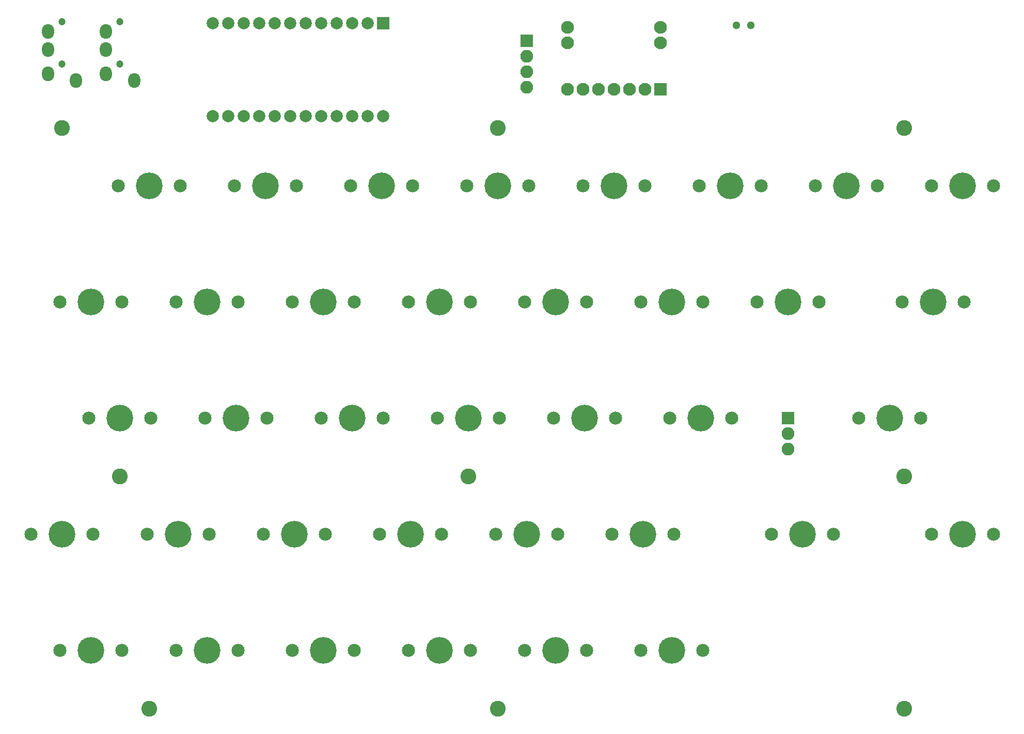
<source format=gbr>
G04 #@! TF.GenerationSoftware,KiCad,Pcbnew,(5.0.0)*
G04 #@! TF.CreationDate,2018-12-18T11:16:47+09:00*
G04 #@! TF.ProjectId,hecomi_R,6865636F6D695F522E6B696361645F70,rev?*
G04 #@! TF.SameCoordinates,Original*
G04 #@! TF.FileFunction,Soldermask,Top*
G04 #@! TF.FilePolarity,Negative*
%FSLAX46Y46*%
G04 Gerber Fmt 4.6, Leading zero omitted, Abs format (unit mm)*
G04 Created by KiCad (PCBNEW (5.0.0)) date 12/18/18 11:16:47*
%MOMM*%
%LPD*%
G01*
G04 APERTURE LIST*
%ADD10C,4.387800*%
%ADD11C,2.150000*%
%ADD12C,2.600000*%
%ADD13O,2.100000X2.100000*%
%ADD14R,2.100000X2.100000*%
%ADD15C,2.100000*%
%ADD16R,2.000000X2.000000*%
%ADD17C,2.000000*%
%ADD18O,2.000000X2.400000*%
%ADD19C,1.200000*%
%ADD20C,1.300000*%
G04 APERTURE END LIST*
D10*
G04 #@! TO.C,SW23*
X147638000Y-57150000D03*
D11*
X142558000Y-57150000D03*
X152718000Y-57150000D03*
G04 #@! TD*
D10*
G04 #@! TO.C,SW24*
X178594000Y-57150000D03*
D11*
X173514000Y-57150000D03*
X183674000Y-57150000D03*
G04 #@! TD*
D10*
G04 #@! TO.C,SW26*
X61912500Y-76200000D03*
D11*
X56832500Y-76200000D03*
X66992500Y-76200000D03*
G04 #@! TD*
D10*
G04 #@! TO.C,SW27*
X80962500Y-76200000D03*
D11*
X75882500Y-76200000D03*
X86042500Y-76200000D03*
G04 #@! TD*
D10*
G04 #@! TO.C,SW28*
X100012000Y-76200000D03*
D11*
X94932000Y-76200000D03*
X105092000Y-76200000D03*
G04 #@! TD*
D10*
G04 #@! TO.C,SW29*
X119062000Y-76200000D03*
D11*
X113982000Y-76200000D03*
X124142000Y-76200000D03*
G04 #@! TD*
D10*
G04 #@! TO.C,SW30*
X138112000Y-76200000D03*
D11*
X133032000Y-76200000D03*
X143192000Y-76200000D03*
G04 #@! TD*
D10*
G04 #@! TO.C,SW39*
X123825000Y-95250000D03*
D11*
X118745000Y-95250000D03*
X128905000Y-95250000D03*
G04 #@! TD*
D10*
G04 #@! TO.C,SW31*
X164306000Y-76200000D03*
D11*
X159226000Y-76200000D03*
X169386000Y-76200000D03*
G04 #@! TD*
D10*
G04 #@! TO.C,SW32*
X190500000Y-76200000D03*
D11*
X185420000Y-76200000D03*
X195580000Y-76200000D03*
G04 #@! TD*
D10*
G04 #@! TO.C,SW35*
X47625000Y-95250000D03*
D11*
X42545000Y-95250000D03*
X52705000Y-95250000D03*
G04 #@! TD*
D10*
G04 #@! TO.C,SW36*
X66675000Y-95250000D03*
D11*
X61595000Y-95250000D03*
X71755000Y-95250000D03*
G04 #@! TD*
D10*
G04 #@! TO.C,SW37*
X85725000Y-95250000D03*
D11*
X80645000Y-95250000D03*
X90805000Y-95250000D03*
G04 #@! TD*
D10*
G04 #@! TO.C,SW38*
X104775000Y-95250000D03*
D11*
X99695000Y-95250000D03*
X109855000Y-95250000D03*
G04 #@! TD*
D10*
G04 #@! TO.C,SW40*
X142875000Y-95250000D03*
D11*
X137795000Y-95250000D03*
X147955000Y-95250000D03*
G04 #@! TD*
D10*
G04 #@! TO.C,SW25*
X42862500Y-76200000D03*
D11*
X37782500Y-76200000D03*
X47942500Y-76200000D03*
G04 #@! TD*
D10*
G04 #@! TO.C,SW2*
X76200000Y-19050000D03*
D11*
X71120000Y-19050000D03*
X81280000Y-19050000D03*
G04 #@! TD*
D10*
G04 #@! TO.C,SW22*
X128588000Y-57150000D03*
D11*
X123508000Y-57150000D03*
X133668000Y-57150000D03*
G04 #@! TD*
D10*
G04 #@! TO.C,SW3*
X95250000Y-19050000D03*
D11*
X90170000Y-19050000D03*
X100330000Y-19050000D03*
G04 #@! TD*
D10*
G04 #@! TO.C,SW4*
X114300000Y-19050000D03*
D11*
X109220000Y-19050000D03*
X119380000Y-19050000D03*
G04 #@! TD*
D10*
G04 #@! TO.C,SW5*
X133350000Y-19050000D03*
D11*
X128270000Y-19050000D03*
X138430000Y-19050000D03*
G04 #@! TD*
D10*
G04 #@! TO.C,SW7*
X171450000Y-19050000D03*
D11*
X166370000Y-19050000D03*
X176530000Y-19050000D03*
G04 #@! TD*
D10*
G04 #@! TO.C,SW8*
X190500000Y-19050000D03*
D11*
X185420000Y-19050000D03*
X195580000Y-19050000D03*
G04 #@! TD*
D10*
G04 #@! TO.C,SW9*
X47625000Y-38100000D03*
D11*
X42545000Y-38100000D03*
X52705000Y-38100000D03*
G04 #@! TD*
D10*
G04 #@! TO.C,SW21*
X109538000Y-57150000D03*
D11*
X104458000Y-57150000D03*
X114618000Y-57150000D03*
G04 #@! TD*
D10*
G04 #@! TO.C,SW11*
X85725000Y-38100000D03*
D11*
X80645000Y-38100000D03*
X90805000Y-38100000D03*
G04 #@! TD*
D10*
G04 #@! TO.C,SW12*
X104775000Y-38100000D03*
D11*
X99695000Y-38100000D03*
X109855000Y-38100000D03*
G04 #@! TD*
D10*
G04 #@! TO.C,SW14*
X142875000Y-38100000D03*
D11*
X137795000Y-38100000D03*
X147955000Y-38100000D03*
G04 #@! TD*
D10*
G04 #@! TO.C,SW15*
X161925000Y-38100000D03*
D11*
X156845000Y-38100000D03*
X167005000Y-38100000D03*
G04 #@! TD*
D10*
G04 #@! TO.C,SW16*
X185738000Y-38100000D03*
D11*
X180658000Y-38100000D03*
X190818000Y-38100000D03*
G04 #@! TD*
D10*
G04 #@! TO.C,SW18*
X52387500Y-57150000D03*
D11*
X47307500Y-57150000D03*
X57467500Y-57150000D03*
G04 #@! TD*
D10*
G04 #@! TO.C,SW19*
X71437500Y-57150000D03*
D11*
X66357500Y-57150000D03*
X76517500Y-57150000D03*
G04 #@! TD*
D10*
G04 #@! TO.C,SW20*
X90487500Y-57150000D03*
D11*
X85407500Y-57150000D03*
X95567500Y-57150000D03*
G04 #@! TD*
D10*
G04 #@! TO.C,SW10*
X66675000Y-38100000D03*
D11*
X61595000Y-38100000D03*
X71755000Y-38100000D03*
G04 #@! TD*
D10*
G04 #@! TO.C,SW1*
X57150000Y-19050000D03*
D11*
X52070000Y-19050000D03*
X62230000Y-19050000D03*
G04 #@! TD*
D10*
G04 #@! TO.C,SW6*
X152400000Y-19050000D03*
D11*
X147320000Y-19050000D03*
X157480000Y-19050000D03*
G04 #@! TD*
D10*
G04 #@! TO.C,SW13*
X123825000Y-38100000D03*
D11*
X118745000Y-38100000D03*
X128905000Y-38100000D03*
G04 #@! TD*
D12*
G04 #@! TO.C,MH6*
X180975000Y-66675000D03*
G04 #@! TD*
G04 #@! TO.C,MH1*
X42862500Y-9525000D03*
G04 #@! TD*
G04 #@! TO.C,MH2*
X114300000Y-9525000D03*
G04 #@! TD*
G04 #@! TO.C,MH3*
X180975000Y-9525000D03*
G04 #@! TD*
G04 #@! TO.C,MH5*
X52387500Y-66675000D03*
G04 #@! TD*
G04 #@! TO.C,MH8*
X114300000Y-104775000D03*
G04 #@! TD*
G04 #@! TO.C,MH9*
X180975000Y-104775000D03*
G04 #@! TD*
G04 #@! TO.C,MH4*
X109538000Y-66675000D03*
G04 #@! TD*
G04 #@! TO.C,MH7*
X57150000Y-104775000D03*
G04 #@! TD*
D13*
G04 #@! TO.C,J1*
X161925000Y-62230000D03*
X161925000Y-59690000D03*
D14*
X161925000Y-57150000D03*
G04 #@! TD*
D13*
G04 #@! TO.C,J3*
X119062000Y-2857500D03*
X119062000Y-317500D03*
X119062000Y2222500D03*
D14*
X119062000Y4762500D03*
G04 #@! TD*
D15*
G04 #@! TO.C,J2*
X140970000Y6985000D03*
X125730000Y6985000D03*
X140970000Y4445000D03*
X125730000Y4445000D03*
X125730000Y-3175000D03*
X128270000Y-3175000D03*
X130810000Y-3175000D03*
X133350000Y-3175000D03*
X135890000Y-3175000D03*
X138430000Y-3175000D03*
D14*
X140970000Y-3175000D03*
G04 #@! TD*
D16*
G04 #@! TO.C,U1*
X95567500Y7620000D03*
D17*
X93027500Y7620000D03*
X90487500Y7620000D03*
X87947500Y7620000D03*
X85407500Y7620000D03*
X82867500Y7620000D03*
X80327500Y7620000D03*
X77787500Y7620000D03*
X75247500Y7620000D03*
X72707500Y7620000D03*
X70167500Y7620000D03*
X67627500Y7620000D03*
X67627500Y-7620000D03*
X70167500Y-7620000D03*
X72707500Y-7620000D03*
X75247500Y-7620000D03*
X77787500Y-7620000D03*
X80327500Y-7620000D03*
X82867500Y-7620000D03*
X85407500Y-7620000D03*
X87947500Y-7620000D03*
X90487500Y-7620000D03*
X93027500Y-7620000D03*
X95567500Y-7620000D03*
G04 #@! TD*
D18*
G04 #@! TO.C,J4*
X54687500Y-1775000D03*
X50087500Y-675000D03*
X50087500Y6325000D03*
D19*
X52387500Y925000D03*
X52387500Y7925000D03*
D18*
X50087500Y3325000D03*
G04 #@! TD*
D20*
G04 #@! TO.C,SW41*
X153472000Y7285000D03*
X155772000Y7285000D03*
G04 #@! TD*
D18*
G04 #@! TO.C,J5*
X45162500Y-1775000D03*
X40562500Y-675000D03*
X40562500Y6325000D03*
D19*
X42862500Y925000D03*
X42862500Y7925000D03*
D18*
X40562500Y3325000D03*
G04 #@! TD*
M02*

</source>
